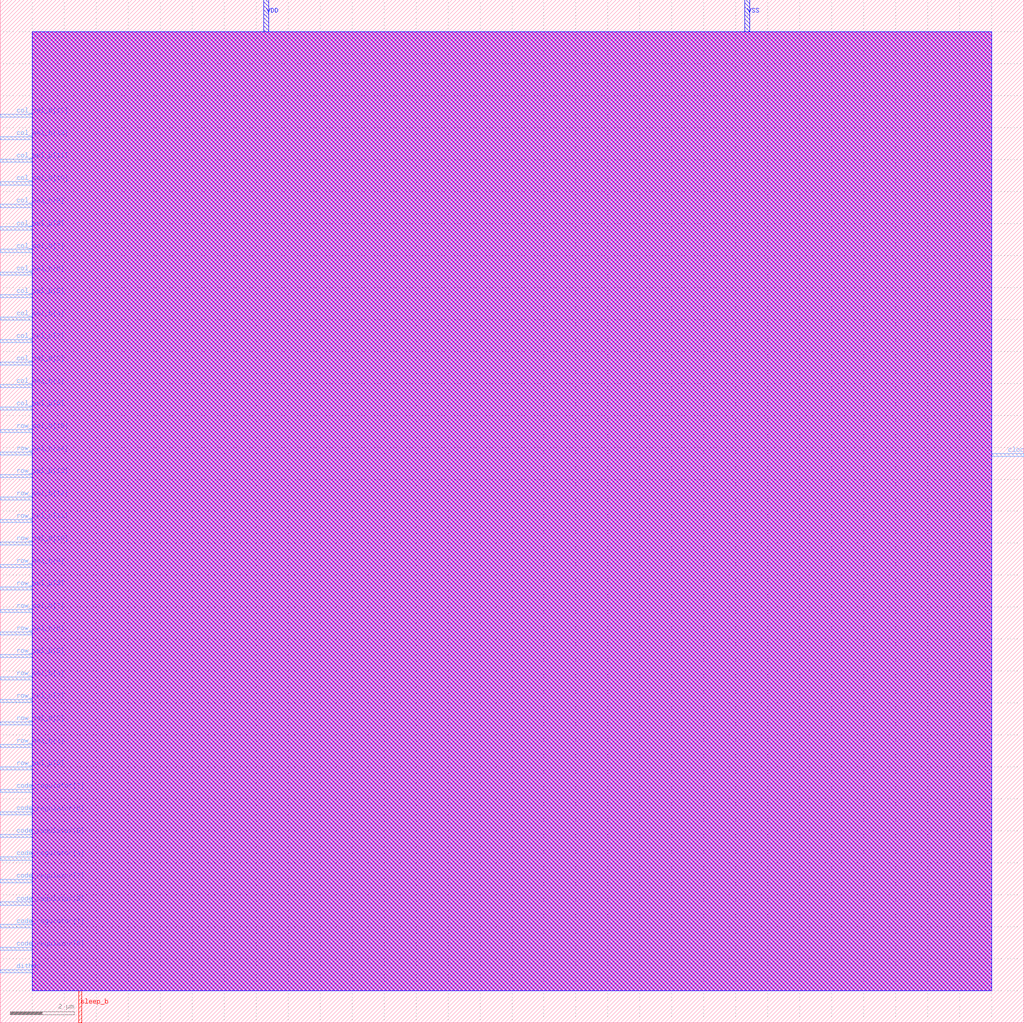
<source format=lef>
VERSION 5.6 ;
BUSBITCHARS "[]" ;
DIVIDERCHAR "/" ;

MACRO ExampleDCO
  CLASS CORE ;
  ORIGIN 0 0 ;
  FOREIGN ExampleDCO 0 0 ;
  SIZE 32.001 BY 32 ;
  SYMMETRY X Y ;
  SITE coreSite ;
  PIN VDD
    DIRECTION INOUT ;
    USE POWER ;
    PORT
      LAYER M9 ;
        RECT 8.24 31 8.4 32 ;
    END
  END VDD
  PIN VSS
    DIRECTION INOUT ;
    USE GROUND ;
    PORT
      LAYER M9 ;
        RECT 23.28 31 23.44 32 ;
    END
  END VSS
  PIN col_sel_b[13]
    DIRECTION INPUT ;
    USE SIGNAL ;
    PORT
      LAYER M4 ;
        RECT 0 28.32 1 28.416 ;
    END
  END col_sel_b[13]
  PIN col_sel_b[11]
    DIRECTION INPUT ;
    USE SIGNAL ;
    PORT
      LAYER M4 ;
        RECT 0 26.912 1 27.008 ;
    END
  END col_sel_b[11]
  PIN col_sel_b[5]
    DIRECTION INPUT ;
    USE SIGNAL ;
    PORT
      LAYER M4 ;
        RECT 0 22.688 1 22.784 ;
    END
  END col_sel_b[5]
  PIN col_sel_b[12]
    DIRECTION INPUT ;
    USE SIGNAL ;
    PORT
      LAYER M4 ;
        RECT 0 27.616 1 27.712 ;
    END
  END col_sel_b[12]
  PIN col_sel_b[10]
    DIRECTION INPUT ;
    USE SIGNAL ;
    PORT
      LAYER M4 ;
        RECT 0 26.208 1 26.304 ;
    END
  END col_sel_b[10]
  PIN col_sel_b[9]
    DIRECTION INPUT ;
    USE SIGNAL ;
    PORT
      LAYER M4 ;
        RECT 0 25.504 1 25.6 ;
    END
  END col_sel_b[9]
  PIN col_sel_b[8]
    DIRECTION INPUT ;
    USE SIGNAL ;
    PORT
      LAYER M4 ;
        RECT 0 24.8 1 24.896 ;
    END
  END col_sel_b[8]
  PIN col_sel_b[7]
    DIRECTION INPUT ;
    USE SIGNAL ;
    PORT
      LAYER M4 ;
        RECT 0 24.096 1 24.192 ;
    END
  END col_sel_b[7]
  PIN col_sel_b[6]
    DIRECTION INPUT ;
    USE SIGNAL ;
    PORT
      LAYER M4 ;
        RECT 0 23.392 1 23.488 ;
    END
  END col_sel_b[6]
  PIN col_sel_b[4]
    DIRECTION INPUT ;
    USE SIGNAL ;
    PORT
      LAYER M4 ;
        RECT 0 21.984 1 22.08 ;
    END
  END col_sel_b[4]
  PIN col_sel_b[3]
    DIRECTION INPUT ;
    USE SIGNAL ;
    PORT
      LAYER M4 ;
        RECT 0 21.28 1 21.376 ;
    END
  END col_sel_b[3]
  PIN col_sel_b[2]
    DIRECTION INPUT ;
    USE SIGNAL ;
    PORT
      LAYER M4 ;
        RECT 0 20.576 1 20.672 ;
    END
  END col_sel_b[2]
  PIN col_sel_b[1]
    DIRECTION INPUT ;
    USE SIGNAL ;
    PORT
      LAYER M4 ;
        RECT 0 19.872 1 19.968 ;
    END
  END col_sel_b[1]
  PIN col_sel_b[0]
    DIRECTION INPUT ;
    USE SIGNAL ;
    PORT
      LAYER M4 ;
        RECT 0 19.168 1 19.264 ;
    END
  END col_sel_b[0]
  PIN row_sel_b[14]
    DIRECTION INPUT ;
    USE SIGNAL ;
    PORT
      LAYER M4 ;
        RECT 0 17.76 1 17.856 ;
    END
  END row_sel_b[14]
  PIN row_sel_b[13]
    DIRECTION INPUT ;
    USE SIGNAL ;
    PORT
      LAYER M4 ;
        RECT 0 17.056 1 17.152 ;
    END
  END row_sel_b[13]
  PIN row_sel_b[12]
    DIRECTION INPUT ;
    USE SIGNAL ;
    PORT
      LAYER M4 ;
        RECT 0 16.352 1 16.448 ;
    END
  END row_sel_b[12]
  PIN row_sel_b[11]
    DIRECTION INPUT ;
    USE SIGNAL ;
    PORT
      LAYER M4 ;
        RECT 0 15.648 1 15.744 ;
    END
  END row_sel_b[11]
  PIN row_sel_b[10]
    DIRECTION INPUT ;
    USE SIGNAL ;
    PORT
      LAYER M4 ;
        RECT 0 14.944 1 15.04 ;
    END
  END row_sel_b[10]
  PIN row_sel_b[9]
    DIRECTION INPUT ;
    USE SIGNAL ;
    PORT
      LAYER M4 ;
        RECT 0 14.24 1 14.336 ;
    END
  END row_sel_b[9]
  PIN row_sel_b[8]
    DIRECTION INPUT ;
    USE SIGNAL ;
    PORT
      LAYER M4 ;
        RECT 0 13.536 1 13.632 ;
    END
  END row_sel_b[8]
  PIN row_sel_b[7]
    DIRECTION INPUT ;
    USE SIGNAL ;
    PORT
      LAYER M4 ;
        RECT 0 12.832 1 12.928 ;
    END
  END row_sel_b[7]
  PIN row_sel_b[6]
    DIRECTION INPUT ;
    USE SIGNAL ;
    PORT
      LAYER M4 ;
        RECT 0 12.128 1 12.224 ;
    END
  END row_sel_b[6]
  PIN row_sel_b[5]
    DIRECTION INPUT ;
    USE SIGNAL ;
    PORT
      LAYER M4 ;
        RECT 0 11.424 1 11.52 ;
    END
  END row_sel_b[5]
  PIN row_sel_b[4]
    DIRECTION INPUT ;
    USE SIGNAL ;
    PORT
      LAYER M4 ;
        RECT 0 10.72 1 10.816 ;
    END
  END row_sel_b[4]
  PIN row_sel_b[3]
    DIRECTION INPUT ;
    USE SIGNAL ;
    PORT
      LAYER M4 ;
        RECT 0 10.016 1 10.112 ;
    END
  END row_sel_b[3]
  PIN row_sel_b[2]
    DIRECTION INPUT ;
    USE SIGNAL ;
    PORT
      LAYER M4 ;
        RECT 0 9.312 1 9.408 ;
    END
  END row_sel_b[2]
  PIN row_sel_b[1]
    DIRECTION INPUT ;
    USE SIGNAL ;
    PORT
      LAYER M4 ;
        RECT 0 8.608 1 8.704 ;
    END
  END row_sel_b[1]
  PIN row_sel_b[0]
    DIRECTION INPUT ;
    USE SIGNAL ;
    PORT
      LAYER M4 ;
        RECT 0 7.904 1 8 ;
    END
  END row_sel_b[0]
  PIN code_regulator[7]
    DIRECTION INPUT ;
    USE SIGNAL ;
    PORT
      LAYER M4 ;
        RECT 0 7.2 1 7.296 ;
    END
  END code_regulator[7]
  PIN code_regulator[6]
    DIRECTION INPUT ;
    USE SIGNAL ;
    PORT
      LAYER M4 ;
        RECT 0 6.496 1 6.592 ;
    END
  END code_regulator[6]
  PIN code_regulator[5]
    DIRECTION INPUT ;
    USE SIGNAL ;
    PORT
      LAYER M4 ;
        RECT 0 5.792 1 5.888 ;
    END
  END code_regulator[5]
  PIN code_regulator[4]
    DIRECTION INPUT ;
    USE SIGNAL ;
    PORT
      LAYER M4 ;
        RECT 0 5.088 1 5.184 ;
    END
  END code_regulator[4]
  PIN code_regulator[3]
    DIRECTION INPUT ;
    USE SIGNAL ;
    PORT
      LAYER M4 ;
        RECT 0 4.384 1 4.48 ;
    END
  END code_regulator[3]
  PIN code_regulator[2]
    DIRECTION INPUT ;
    USE SIGNAL ;
    PORT
      LAYER M4 ;
        RECT 0 3.68 1 3.776 ;
    END
  END code_regulator[2]
  PIN code_regulator[1]
    DIRECTION INPUT ;
    USE SIGNAL ;
    PORT
      LAYER M4 ;
        RECT 0 2.976 1 3.072 ;
    END
  END code_regulator[1]
  PIN code_regulator[0]
    DIRECTION INPUT ;
    USE SIGNAL ;
    PORT
      LAYER M4 ;
        RECT 0 2.272 1 2.368 ;
    END
  END code_regulator[0]
  PIN row_sel_b[15]
    DIRECTION INPUT ;
    USE SIGNAL ;
    PORT
      LAYER M4 ;
        RECT 0 18.464 1 18.56 ;
    END
  END row_sel_b[15]
  PIN dither
    DIRECTION INPUT ;
    USE SIGNAL ;
    PORT
      LAYER M4 ;
        RECT 0 1.568 1 1.664 ;
    END
  END dither
  PIN sleep_b
    DIRECTION INPUT ;
    USE SIGNAL ;
    PORT
      LAYER M5 ;
        RECT 2.448 0 2.544 1 ;
    END
  END sleep_b
  PIN clock
    DIRECTION OUTPUT ;
    USE SIGNAL ;
    PORT
      LAYER M4 ;
        RECT 31 17.716 32 17.812 ;
    END
  END clock
  OBS
    LAYER M1 ;
      RECT 1 1 31 31 ;
    LAYER M2 ;
      RECT 1 1 31 31 ;
    LAYER M3 ;
      RECT 1 1 31 31 ;
    LAYER M4 ;
      RECT 1 1 31 31 ;
    LAYER M6 ;
      RECT 1 1 31 31 ;
    LAYER M7 ;
      RECT 1 1 31 31 ;
    LAYER M8 ;
      RECT 1 1 31 31 ;
    LAYER M9 ;
      RECT 1 1 31 31 ;
  END
END ExampleDCO

END LIBRARY

</source>
